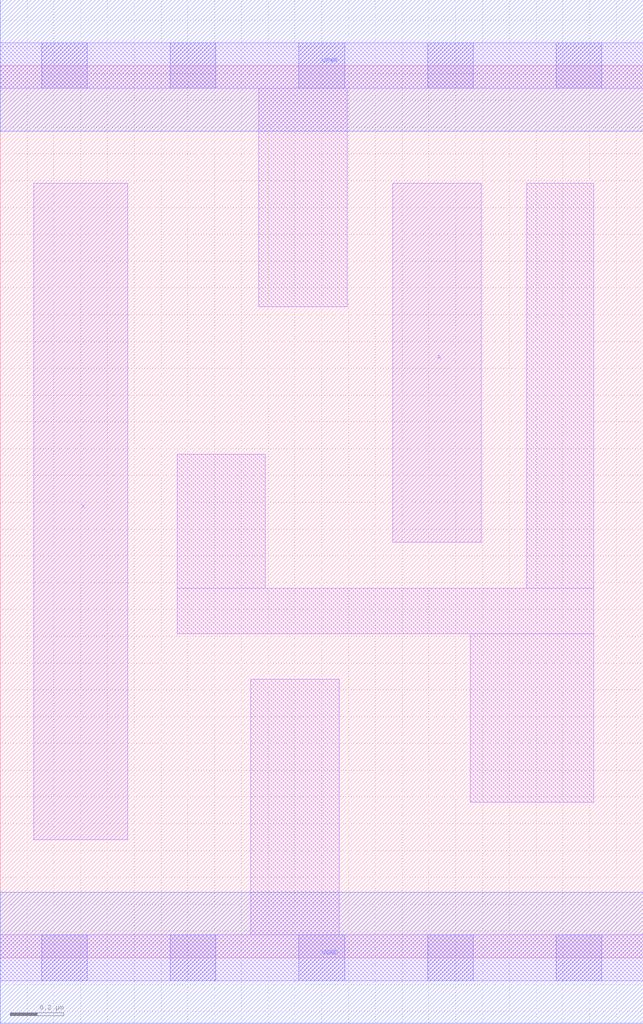
<source format=lef>
# Copyright 2020 The SkyWater PDK Authors
#
# Licensed under the Apache License, Version 2.0 (the "License");
# you may not use this file except in compliance with the License.
# You may obtain a copy of the License at
#
#     https://www.apache.org/licenses/LICENSE-2.0
#
# Unless required by applicable law or agreed to in writing, software
# distributed under the License is distributed on an "AS IS" BASIS,
# WITHOUT WARRANTIES OR CONDITIONS OF ANY KIND, either express or implied.
# See the License for the specific language governing permissions and
# limitations under the License.
#
# SPDX-License-Identifier: Apache-2.0

VERSION 5.7 ;
  NAMESCASESENSITIVE ON ;
  NOWIREEXTENSIONATPIN ON ;
  DIVIDERCHAR "/" ;
  BUSBITCHARS "[]" ;
UNITS
  DATABASE MICRONS 200 ;
END UNITS
MACRO sky130_fd_sc_lp__buflp_m
  CLASS CORE ;
  FOREIGN sky130_fd_sc_lp__buflp_m ;
  ORIGIN  0.000000  0.000000 ;
  SIZE  2.400000 BY  3.330000 ;
  SYMMETRY X Y R90 ;
  SITE unit ;
  PIN A
    ANTENNAGATEAREA  0.252000 ;
    DIRECTION INPUT ;
    USE SIGNAL ;
    PORT
      LAYER li1 ;
        RECT 1.465000 1.550000 1.795000 2.890000 ;
    END
  END A
  PIN X
    ANTENNADIFFAREA  0.239400 ;
    DIRECTION OUTPUT ;
    USE SIGNAL ;
    PORT
      LAYER li1 ;
        RECT 0.125000 0.440000 0.475000 2.890000 ;
    END
  END X
  PIN VGND
    DIRECTION INOUT ;
    USE GROUND ;
    PORT
      LAYER met1 ;
        RECT 0.000000 -0.245000 2.400000 0.245000 ;
    END
  END VGND
  PIN VPWR
    DIRECTION INOUT ;
    USE POWER ;
    PORT
      LAYER met1 ;
        RECT 0.000000 3.085000 2.400000 3.575000 ;
    END
  END VPWR
  OBS
    LAYER li1 ;
      RECT 0.000000 -0.085000 2.400000 0.085000 ;
      RECT 0.000000  3.245000 2.400000 3.415000 ;
      RECT 0.660000  1.210000 2.215000 1.380000 ;
      RECT 0.660000  1.380000 0.990000 1.880000 ;
      RECT 0.935000  0.085000 1.265000 1.040000 ;
      RECT 0.965000  2.430000 1.295000 3.245000 ;
      RECT 1.755000  0.580000 2.215000 1.210000 ;
      RECT 1.965000  1.380000 2.215000 2.890000 ;
    LAYER mcon ;
      RECT 0.155000 -0.085000 0.325000 0.085000 ;
      RECT 0.155000  3.245000 0.325000 3.415000 ;
      RECT 0.635000 -0.085000 0.805000 0.085000 ;
      RECT 0.635000  3.245000 0.805000 3.415000 ;
      RECT 1.115000 -0.085000 1.285000 0.085000 ;
      RECT 1.115000  3.245000 1.285000 3.415000 ;
      RECT 1.595000 -0.085000 1.765000 0.085000 ;
      RECT 1.595000  3.245000 1.765000 3.415000 ;
      RECT 2.075000 -0.085000 2.245000 0.085000 ;
      RECT 2.075000  3.245000 2.245000 3.415000 ;
  END
END sky130_fd_sc_lp__buflp_m
END LIBRARY

</source>
